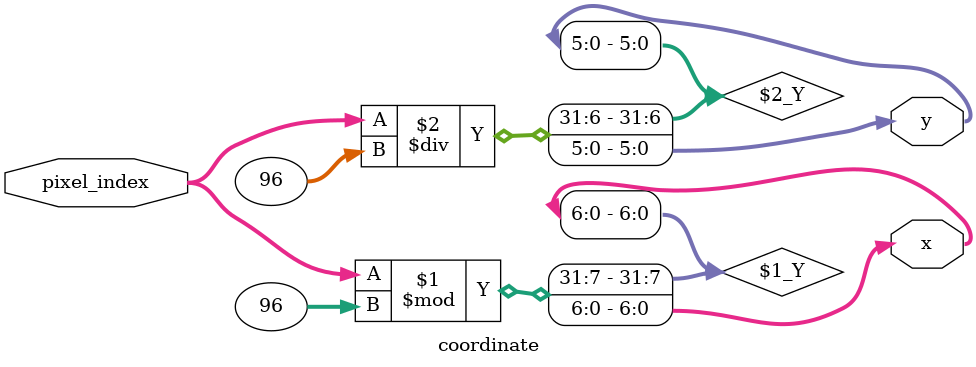
<source format=v>
`timescale 1ns / 1ps


module coordinate(
    input [12:0] pixel_index,
    output [6:0] x,
    output [5:0] y
    );

    assign x = pixel_index % 96;
    assign y = pixel_index / 96;
    
endmodule
</source>
